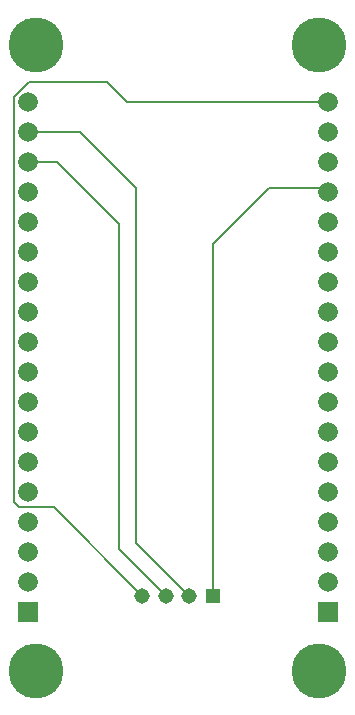
<source format=gbr>
%TF.GenerationSoftware,KiCad,Pcbnew,9.0.4*%
%TF.CreationDate,2025-10-17T17:31:01+02:00*%
%TF.ProjectId,versie_2,76657273-6965-45f3-922e-6b696361645f,rev?*%
%TF.SameCoordinates,Original*%
%TF.FileFunction,Copper,L1,Top*%
%TF.FilePolarity,Positive*%
%FSLAX46Y46*%
G04 Gerber Fmt 4.6, Leading zero omitted, Abs format (unit mm)*
G04 Created by KiCad (PCBNEW 9.0.4) date 2025-10-17 17:31:01*
%MOMM*%
%LPD*%
G01*
G04 APERTURE LIST*
%TA.AperFunction,ComponentPad*%
%ADD10R,1.308000X1.308000*%
%TD*%
%TA.AperFunction,ComponentPad*%
%ADD11C,1.308000*%
%TD*%
%TA.AperFunction,ComponentPad*%
%ADD12R,1.665000X1.665000*%
%TD*%
%TA.AperFunction,ComponentPad*%
%ADD13C,1.665000*%
%TD*%
%TA.AperFunction,ComponentPad*%
%ADD14C,4.650000*%
%TD*%
%TA.AperFunction,Conductor*%
%ADD15C,0.200000*%
%TD*%
G04 APERTURE END LIST*
D10*
%TO.P,J2,1,Pin_1*%
%TO.N,GND*%
X205000000Y-101050000D03*
D11*
%TO.P,J2,2,Pin_2*%
%TO.N,TX*%
X203000000Y-101050000D03*
%TO.P,J2,3,Pin_3*%
%TO.N,RX*%
X201000000Y-101050000D03*
%TO.P,J2,4,Pin_4*%
%TO.N,vcc*%
X199000000Y-101050000D03*
%TD*%
D12*
%TO.P,U1,1,IO3/RXD*%
%TO.N,unconnected-(U1-IO3{slash}RXD-Pad1)*%
X214700000Y-102400000D03*
D13*
%TO.P,U1,2,IO1/TXD*%
%TO.N,unconnected-(U1-IO1{slash}TXD-Pad2)*%
X214700000Y-99860000D03*
%TO.P,U1,3,IO25/D2*%
%TO.N,unconnected-(U1-IO25{slash}D2-Pad3)*%
X214700000Y-97320000D03*
%TO.P,U1,4,IO26/D3*%
%TO.N,RX_1*%
X214700000Y-94780000D03*
%TO.P,U1,5,IO27/D4*%
%TO.N,TX_1*%
X214700000Y-92240000D03*
%TO.P,U1,6,IO9/D5*%
%TO.N,unconnected-(U1-IO9{slash}D5-Pad6)*%
X214700000Y-89700000D03*
%TO.P,U1,7,IO10/D6*%
%TO.N,unconnected-(U1-IO10{slash}D6-Pad7)*%
X214700000Y-87160000D03*
%TO.P,U1,8,IO13/D7*%
%TO.N,unconnected-(U1-IO13{slash}D7-Pad8)*%
X214700000Y-84620000D03*
%TO.P,U1,9,IO5/D8*%
%TO.N,unconnected-(U1-IO5{slash}D8-Pad9)*%
X214700000Y-82080000D03*
%TO.P,U1,10,IO2/D9*%
%TO.N,unconnected-(U1-IO2{slash}D9-Pad10)*%
X214700000Y-79540000D03*
%TO.P,U1,11,IO6/CLK*%
%TO.N,unconnected-(U1-IO6{slash}CLK-Pad11)*%
X214700000Y-77000000D03*
%TO.P,U1,12,IO7/SD0*%
%TO.N,unconnected-(U1-IO7{slash}SD0-Pad12)*%
X214700000Y-74460000D03*
%TO.P,U1,13,IO8/SD1*%
%TO.N,unconnected-(U1-IO8{slash}SD1-Pad13)*%
X214700000Y-71920000D03*
%TO.P,U1,14,IO11/CMD*%
%TO.N,unconnected-(U1-IO11{slash}CMD-Pad14)*%
X214700000Y-69380000D03*
%TO.P,U1,15,GND*%
%TO.N,GND*%
X214700000Y-66840000D03*
%TO.P,U1,16,AREF*%
%TO.N,unconnected-(U1-AREF-Pad16)*%
X214700000Y-64300000D03*
%TO.P,U1,17,3V3*%
%TO.N,unconnected-(U1-3V3-Pad17)*%
X214700000Y-61760000D03*
%TO.P,U1,18,VCC*%
%TO.N,vcc*%
X214700000Y-59220000D03*
D12*
%TO.P,U1,19,A0/IO36*%
%TO.N,unconnected-(U1-A0{slash}IO36-Pad19)*%
X189300000Y-102400000D03*
D13*
%TO.P,U1,20,A1/IO39*%
%TO.N,unconnected-(U1-A1{slash}IO39-Pad20)*%
X189300000Y-99860000D03*
%TO.P,U1,21,A2/IO34*%
%TO.N,unconnected-(U1-A2{slash}IO34-Pad21)*%
X189300000Y-97320000D03*
%TO.P,U1,22,A3/IO35*%
%TO.N,unconnected-(U1-A3{slash}IO35-Pad22)*%
X189300000Y-94780000D03*
%TO.P,U1,23,A4/IO15*%
%TO.N,unconnected-(U1-A4{slash}IO15-Pad23)*%
X189300000Y-92240000D03*
%TO.P,U1,24,NC*%
%TO.N,unconnected-(U1-NC-Pad24)*%
X189300000Y-89700000D03*
%TO.P,U1,25,IO0*%
%TO.N,unconnected-(U1-IO0-Pad25)*%
X189300000Y-87160000D03*
%TO.P,U1,26,SCK/IO18*%
%TO.N,unconnected-(U1-SCK{slash}IO18-Pad26)*%
X189300000Y-84620000D03*
%TO.P,U1,27,MOSI/IO23*%
%TO.N,unconnected-(U1-MOSI{slash}IO23-Pad27)*%
X189300000Y-82080000D03*
%TO.P,U1,28,MISO/IO19*%
%TO.N,unconnected-(U1-MISO{slash}IO19-Pad28)*%
X189300000Y-79540000D03*
%TO.P,U1,29,SDA/IO21*%
%TO.N,unconnected-(U1-SDA{slash}IO21-Pad29)*%
X189300000Y-77000000D03*
%TO.P,U1,30,SCL/IO22*%
%TO.N,unconnected-(U1-SCL{slash}IO22-Pad30)*%
X189300000Y-74460000D03*
%TO.P,U1,31,BCLK/IO14*%
%TO.N,unconnected-(U1-BCLK{slash}IO14-Pad31)*%
X189300000Y-71920000D03*
%TO.P,U1,32,MCLK/IO12*%
%TO.N,unconnected-(U1-MCLK{slash}IO12-Pad32)*%
X189300000Y-69380000D03*
%TO.P,U1,33,DO/IO4*%
%TO.N,unconnected-(U1-DO{slash}IO4-Pad33)*%
X189300000Y-66840000D03*
%TO.P,U1,34,DI/IO16*%
%TO.N,RX*%
X189300000Y-64300000D03*
%TO.P,U1,35,LRCK/IO17*%
%TO.N,TX*%
X189300000Y-61760000D03*
%TO.P,U1,36,RST*%
%TO.N,unconnected-(U1-RST-Pad36)*%
X189300000Y-59220000D03*
D14*
%TO.P,U1,MH1,MH1*%
%TO.N,unconnected-(U1-PadMH1)*%
X190000000Y-54323000D03*
%TO.P,U1,MH2,MH2*%
%TO.N,unconnected-(U1-PadMH2)*%
X214000000Y-54323000D03*
%TO.P,U1,MH3,MH3*%
%TO.N,unconnected-(U1-PadMH3)*%
X214000000Y-107323000D03*
%TO.P,U1,MH4,MH4*%
%TO.N,unconnected-(U1-PadMH4)*%
X190000000Y-107323000D03*
%TD*%
D15*
%TO.N,vcc*%
X189416988Y-57500000D02*
X196000000Y-57500000D01*
X196000000Y-57500000D02*
X197720000Y-59220000D01*
X188166500Y-93065500D02*
X188166500Y-58750488D01*
X188601000Y-93500000D02*
X188166500Y-93065500D01*
X191500000Y-93500000D02*
X188601000Y-93500000D01*
X197720000Y-59220000D02*
X214700000Y-59220000D01*
X188166500Y-58750488D02*
X189416988Y-57500000D01*
X199000000Y-101000000D02*
X191500000Y-93500000D01*
%TO.N,RX*%
X197000000Y-69500000D02*
X191800000Y-64300000D01*
X197000000Y-97000000D02*
X197000000Y-69500000D01*
X201000000Y-101000000D02*
X197000000Y-97000000D01*
X191800000Y-64300000D02*
X189300000Y-64300000D01*
%TO.N,TX*%
X193760000Y-61760000D02*
X189300000Y-61760000D01*
X198500000Y-66500000D02*
X193760000Y-61760000D01*
X198500000Y-96500000D02*
X198500000Y-66500000D01*
X203000000Y-101000000D02*
X198500000Y-96500000D01*
%TO.N,GND*%
X205000000Y-101000000D02*
X205000000Y-71250000D01*
X205000000Y-71250000D02*
X209750000Y-66500000D01*
X209750000Y-66500000D02*
X214360000Y-66500000D01*
X214360000Y-66500000D02*
X214700000Y-66840000D01*
%TD*%
M02*

</source>
